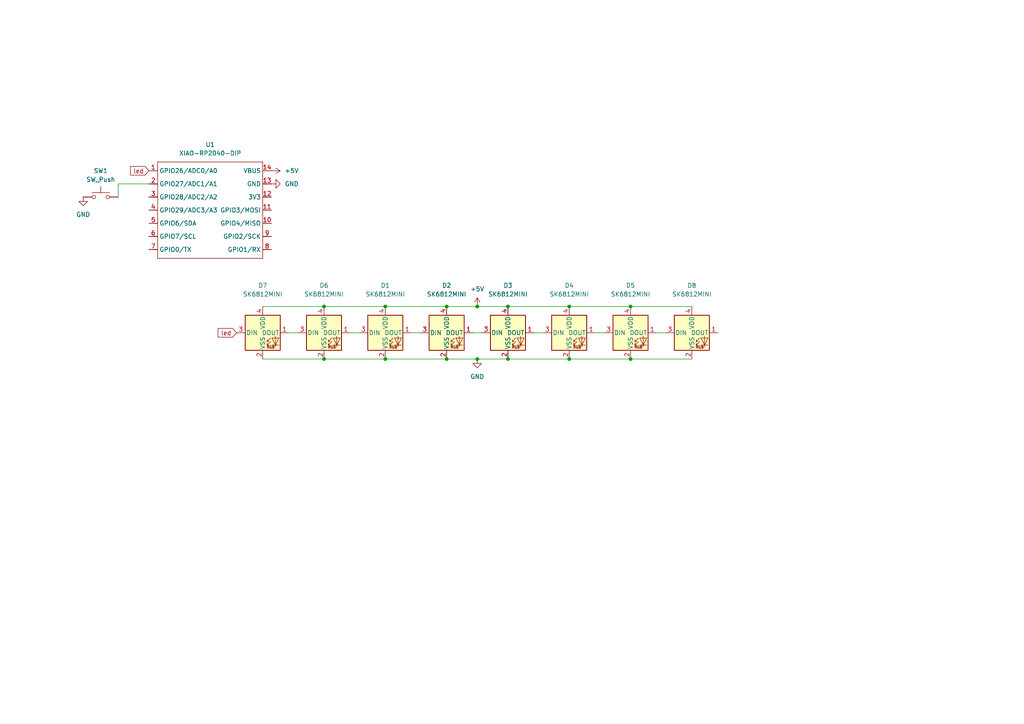
<source format=kicad_sch>
(kicad_sch (version 20250114) (generator "eeschema") (generator_version "9.0")
  (paper "A4")
  (lib_symbols
    (symbol "LED:SK6812MINI" (pin_names (offset 0.254))
      (property "Reference" "D" (at 5.08 5.715 0))
      (property "Value" "SK6812MINI" (at 1.27 -5.715 0))
      (symbol "SK6812MINI_0_0"
        (text "RGB" (at 2.286 -4.191 0) (effects (font (size 0.762 0.762))))
      )
      (symbol "SK6812MINI_0_1"
        (polyline (pts (xy 1.27 -2.54) (xy 1.778 -2.54)))
        (polyline (pts (xy 1.27 -3.556) (xy 1.778 -3.556)))
        (polyline (pts (xy 2.286 -1.524) (xy 1.27 -2.54) (xy 1.27 -2.032)))
        (polyline (pts (xy 2.286 -2.54) (xy 1.27 -3.556) (xy 1.27 -3.048)))
        (polyline (pts (xy 3.683 -1.016) (xy 3.683 -3.556) (xy 3.683 -4.064)))
        (polyline (pts (xy 4.699 -1.524) (xy 2.667 -1.524) (xy 3.683 -3.556) (xy 4.699 -1.524)))
        (polyline (pts (xy 4.699 -3.556) (xy 2.667 -3.556)))
        (rectangle (start 5.08 5.08) (end -5.08 -5.08) (stroke (width 0.254)) (fill (type background)))
      )
      (symbol "SK6812MINI_1_1"
        (pin input line (at -7.62 0 0) (length 2.54) (name "DIN") (number "3"))
        (pin power_in line (at 0 7.62 270) (length 2.54) (name "VDD") (number "4"))
        (pin power_in line (at 0 -7.62 90) (length 2.54) (name "VSS") (number "2"))
        (pin output line (at 7.62 0 180) (length 2.54) (name "DOUT") (number "1"))
      )
    )
    (symbol "Switch:SW_Push" (pin_numbers (hide yes)) (pin_names (offset 1.016) (hide yes))
      (property "Reference" "SW" (at 1.27 2.54 0))
      (property "Value" "SW_Push" (at 0 -1.524 0))
      (symbol "SW_Push_0_1"
        (circle (center -2.032 0) (radius 0.508))
        (polyline (pts (xy 0 1.27) (xy 0 3.048)))
        (circle (center 2.032 0) (radius 0.508))
        (polyline (pts (xy 2.54 1.27) (xy -2.54 1.27)))
        (pin passive line (at -5.08 0 0) (length 2.54) (name "1") (number "1"))
        (pin passive line (at 5.08 0 180) (length 2.54) (name "2") (number "2"))
      )
    )
    (symbol "opl:XIAO-RP2040-DIP"
      (property "Reference" "U" (at 0 0 0))
      (property "Value" "XIAO-RP2040-DIP" (at 5.334 -1.778 0))
      (symbol "XIAO-RP2040-DIP_1_0"
        (polyline (pts (xy -1.27 -2.54) (xy 29.21 -2.54)) (stroke (width 0.1524)))
        (polyline (pts (xy -1.27 -5.08) (xy -2.54 -5.08)) (stroke (width 0.1524)))
        (polyline (pts (xy -1.27 -5.08) (xy -1.27 -2.54)) (stroke (width 0.1524)))
        (polyline (pts (xy -1.27 -8.89) (xy -2.54 -8.89)) (stroke (width 0.1524)))
        (polyline (pts (xy -1.27 -8.89) (xy -1.27 -5.08)) (stroke (width 0.1524)))
        (polyline (pts (xy -1.27 -12.7) (xy -2.54 -12.7)) (stroke (width 0.1524)))
        (polyline (pts (xy -1.27 -12.7) (xy -1.27 -8.89)) (stroke (width 0.1524)))
        (polyline (pts (xy -1.27 -16.51) (xy -2.54 -16.51)) (stroke (width 0.1524)))
        (polyline (pts (xy -1.27 -16.51) (xy -1.27 -12.7)) (stroke (width 0.1524)))
        (polyline (pts (xy -1.27 -20.32) (xy -2.54 -20.32)) (stroke (width 0.1524)))
        (polyline (pts (xy -1.27 -24.13) (xy -2.54 -24.13)) (stroke (width 0.1524)))
        (polyline (pts (xy -1.27 -27.94) (xy -2.54 -27.94)) (stroke (width 0.1524)))
        (polyline (pts (xy -1.27 -30.48) (xy -1.27 -16.51)) (stroke (width 0.1524)))
        (polyline (pts (xy 29.21 -2.54) (xy 29.21 -5.08)) (stroke (width 0.1524)))
        (polyline (pts (xy 29.21 -5.08) (xy 29.21 -8.89)) (stroke (width 0.1524)))
        (polyline (pts (xy 29.21 -8.89) (xy 29.21 -12.7)) (stroke (width 0.1524)))
        (polyline (pts (xy 29.21 -12.7) (xy 29.21 -30.48)) (stroke (width 0.1524)))
        (polyline (pts (xy 29.21 -30.48) (xy -1.27 -30.48)) (stroke (width 0.1524)))
        (polyline (pts (xy 30.48 -5.08) (xy 29.21 -5.08)) (stroke (width 0.1524)))
        (polyline (pts (xy 30.48 -8.89) (xy 29.21 -8.89)) (stroke (width 0.1524)))
        (polyline (pts (xy 30.48 -12.7) (xy 29.21 -12.7)) (stroke (width 0.1524)))
        (polyline (pts (xy 30.48 -16.51) (xy 29.21 -16.51)) (stroke (width 0.1524)))
        (polyline (pts (xy 30.48 -20.32) (xy 29.21 -20.32)) (stroke (width 0.1524)))
        (polyline (pts (xy 30.48 -24.13) (xy 29.21 -24.13)) (stroke (width 0.1524)))
        (polyline (pts (xy 30.48 -27.94) (xy 29.21 -27.94)) (stroke (width 0.1524)))
        (pin passive line (at -3.81 -5.08 0) (length 2.54) (name "GPIO26/ADC0/A0") (number "1"))
        (pin passive line (at -3.81 -8.89 0) (length 2.54) (name "GPIO27/ADC1/A1") (number "2"))
        (pin passive line (at -3.81 -12.7 0) (length 2.54) (name "GPIO28/ADC2/A2") (number "3"))
        (pin passive line (at -3.81 -16.51 0) (length 2.54) (name "GPIO29/ADC3/A3") (number "4"))
        (pin passive line (at -3.81 -20.32 0) (length 2.54) (name "GPIO6/SDA") (number "5"))
        (pin passive line (at -3.81 -24.13 0) (length 2.54) (name "GPIO7/SCL") (number "6"))
        (pin passive line (at -3.81 -27.94 0) (length 2.54) (name "GPIO0/TX") (number "7"))
        (pin passive line (at 31.75 -5.08 180) (length 2.54) (name "VBUS") (number "14"))
        (pin passive line (at 31.75 -8.89 180) (length 2.54) (name "GND") (number "13"))
        (pin passive line (at 31.75 -12.7 180) (length 2.54) (name "3V3") (number "12"))
        (pin passive line (at 31.75 -16.51 180) (length 2.54) (name "GPIO3/MOSI") (number "11"))
        (pin passive line (at 31.75 -20.32 180) (length 2.54) (name "GPIO4/MISO") (number "10"))
        (pin passive line (at 31.75 -24.13 180) (length 2.54) (name "GPIO2/SCK") (number "9"))
        (pin passive line (at 31.75 -27.94 180) (length 2.54) (name "GPIO1/RX") (number "8"))
      )
    )
    (symbol "power:+5V" (power) (pin_numbers (hide yes)) (pin_names (offset 0) (hide yes))
      (property "Value" "+5V" (at 0 3.556 0))
      (symbol "+5V_0_1"
        (polyline (pts (xy -0.762 1.27) (xy 0 2.54)))
        (polyline (pts (xy 0 2.54) (xy 0.762 1.27)))
        (polyline (pts (xy 0 0) (xy 0 2.54)))
      )
      (symbol "+5V_1_1"
        (pin power_in line (at 0 0 90) (length 0) (name "~") (number "1"))
      )
    )
    (symbol "power:GND" (power) (pin_numbers (hide yes)) (pin_names (offset 0) (hide yes))
      (property "Value" "GND" (at 0 -3.81 0))
      (symbol "GND_0_1"
        (polyline (pts (xy 0 0) (xy 0 -1.27) (xy 1.27 -1.27) (xy 0 -2.54) (xy -1.27 -1.27) (xy 0 -1.27)))
      )
      (symbol "GND_1_1"
        (pin power_in line (at 0 0 270) (length 0) (name "~") (number "1"))
      )
    )
  )
  (junction (at 93.98 104.14))
  (junction (at 182.88 88.9))
  (junction (at 182.88 104.14))
  (junction (at 129.54 88.9))
  (junction (at 147.32 104.14))
  (junction (at 165.1 104.14))
  (junction (at 111.76 88.9))
  (junction (at 129.54 104.14))
  (junction (at 138.43 88.9))
  (junction (at 147.32 88.9))
  (junction (at 93.98 88.9))
  (junction (at 111.76 104.14))
  (junction (at 138.43 104.14))
  (junction (at 165.1 88.9))
  (wire (pts (xy 182.88 88.9) (xy 200.66 88.9)))
  (wire (pts (xy 101.6 96.52) (xy 104.14 96.52)))
  (wire (pts (xy 76.2 104.14) (xy 93.98 104.14)))
  (wire (pts (xy 119.38 96.52) (xy 121.92 96.52)))
  (wire (pts (xy 93.98 104.14) (xy 111.76 104.14)))
  (wire (pts (xy 182.88 104.14) (xy 200.66 104.14)))
  (wire (pts (xy 34.29 57.15) (xy 34.29 53.34)))
  (wire (pts (xy 165.1 104.14) (xy 182.88 104.14)))
  (wire (pts (xy 138.43 88.9) (xy 147.32 88.9)))
  (wire (pts (xy 190.5 96.52) (xy 193.04 96.52)))
  (wire (pts (xy 129.54 104.14) (xy 138.43 104.14)))
  (wire (pts (xy 147.32 104.14) (xy 165.1 104.14)))
  (wire (pts (xy 34.29 53.34) (xy 43.18 53.34)))
  (wire (pts (xy 138.43 104.14) (xy 147.32 104.14)))
  (wire (pts (xy 111.76 104.14) (xy 129.54 104.14)))
  (wire (pts (xy 111.76 88.9) (xy 129.54 88.9)))
  (wire (pts (xy 172.72 96.52) (xy 175.26 96.52)))
  (wire (pts (xy 129.54 88.9) (xy 138.43 88.9)))
  (wire (pts (xy 154.94 96.52) (xy 157.48 96.52)))
  (wire (pts (xy 137.16 96.52) (xy 139.7 96.52)))
  (wire (pts (xy 147.32 88.9) (xy 165.1 88.9)))
  (wire (pts (xy 76.2 88.9) (xy 93.98 88.9)))
  (wire (pts (xy 165.1 88.9) (xy 182.88 88.9)))
  (wire (pts (xy 83.82 96.52) (xy 86.36 96.52)))
  (wire (pts (xy 93.98 88.9) (xy 111.76 88.9)))
  (global_label "led" (shape input) (at 43.18 49.53 180) (property "Intersheetrefs" "${INTERSHEET_REFS}" (effects (hide yes))))
  (global_label "led" (shape input) (at 68.58 96.52 180) (property "Intersheetrefs" "${INTERSHEET_REFS}" (effects (hide yes))))
  (symbol (lib_id "power:GND") (at 24.13 57.15 0) (unit 1)
    (property "Reference" "#PWR05" (effects (hide yes)))
    (property "Value" "GND" (at 24.13 62.23 0))
    (property "Description" "Power symbol creates a global label with name \"GND\" , ground" (effects (hide yes)))
  )
  (symbol (lib_id "LED:SK6812MINI") (at 200.66 96.52 0) (unit 1)
    (property "Reference" "D8" (at 200.66 82.804 0))
    (property "Value" "SK6812MINI" (at 200.66 85.344 0))
    (property "Footprint" "LED_SMD:LED_SK6812MINI_PLCC4_3.5x3.5mm_P1.75mm" (effects (hide yes)))
    (property "Datasheet" "https://cdn-shop.adafruit.com/product-files/2686/SK6812MINI_REV.01-1-2.pdf" (effects (hide yes)))
    (property "Description" "RGB LED with integrated controller" (effects (hide yes)))
  )
  (symbol (lib_id "LED:SK6812MINI") (at 93.98 96.52 0) (unit 1)
    (property "Reference" "D6" (at 93.98 82.804 0))
    (property "Value" "SK6812MINI" (at 93.98 85.344 0))
    (property "Footprint" "LED_SMD:LED_SK6812MINI_PLCC4_3.5x3.5mm_P1.75mm" (effects (hide yes)))
    (property "Datasheet" "https://cdn-shop.adafruit.com/product-files/2686/SK6812MINI_REV.01-1-2.pdf" (effects (hide yes)))
    (property "Description" "RGB LED with integrated controller" (effects (hide yes)))
  )
  (symbol (lib_id "LED:SK6812MINI") (at 165.1 96.52 0) (unit 1)
    (property "Reference" "D4" (at 165.1 82.804 0))
    (property "Value" "SK6812MINI" (at 165.1 85.344 0))
    (property "Footprint" "LED_SMD:LED_SK6812MINI_PLCC4_3.5x3.5mm_P1.75mm" (effects (hide yes)))
    (property "Datasheet" "https://cdn-shop.adafruit.com/product-files/2686/SK6812MINI_REV.01-1-2.pdf" (effects (hide yes)))
    (property "Description" "RGB LED with integrated controller" (effects (hide yes)))
  )
  (symbol (lib_id "LED:SK6812MINI") (at 111.76 96.52 0) (unit 1)
    (property "Reference" "D1" (at 111.76 82.804 0))
    (property "Value" "SK6812MINI" (at 111.76 85.344 0))
    (property "Footprint" "LED_SMD:LED_SK6812MINI_PLCC4_3.5x3.5mm_P1.75mm" (effects (hide yes)))
    (property "Datasheet" "https://cdn-shop.adafruit.com/product-files/2686/SK6812MINI_REV.01-1-2.pdf" (effects (hide yes)))
    (property "Description" "RGB LED with integrated controller" (effects (hide yes)))
  )
  (symbol (lib_id "LED:SK6812MINI") (at 76.2 96.52 0) (unit 1)
    (property "Reference" "D7" (at 76.2 82.804 0))
    (property "Value" "SK6812MINI" (at 76.2 85.344 0))
    (property "Footprint" "LED_SMD:LED_SK6812MINI_PLCC4_3.5x3.5mm_P1.75mm" (effects (hide yes)))
    (property "Datasheet" "https://cdn-shop.adafruit.com/product-files/2686/SK6812MINI_REV.01-1-2.pdf" (effects (hide yes)))
    (property "Description" "RGB LED with integrated controller" (effects (hide yes)))
  )
  (symbol (lib_id "power:GND") (at 138.43 104.14 0) (unit 1)
    (property "Reference" "#PWR03" (effects (hide yes)))
    (property "Value" "GND" (at 138.43 109.22 0))
    (property "Description" "Power symbol creates a global label with name \"GND\" , ground" (effects (hide yes)))
  )
  (symbol (lib_id "Switch:SW_Push") (at 29.21 57.15 0) (unit 1)
    (property "Reference" "SW1" (at 29.21 49.53 0))
    (property "Value" "SW_Push" (at 29.21 52.07 0))
    (property "Footprint" "Button_Switch_Keyboard:SW_Cherry_MX_1.00u_PCB" (effects (hide yes)))
    (property "Description" "Push button switch, generic, two pins" (effects (hide yes)))
  )
  (symbol (lib_id "power:+5V") (at 78.74 49.53 270) (unit 1)
    (property "Reference" "#PWR01" (effects (hide yes)))
    (property "Value" "+5V" (at 82.55 49.5299 90) (effects (justify left)))
    (property "Description" "Power symbol creates a global label with name \"+5V\"" (effects (hide yes)))
  )
  (symbol (lib_id "power:GND") (at 78.74 53.34 90) (unit 1)
    (property "Reference" "#PWR04" (effects (hide yes)))
    (property "Value" "GND" (at 82.55 53.3399 90) (effects (justify right)))
    (property "Description" "Power symbol creates a global label with name \"GND\" , ground" (effects (hide yes)))
  )
  (symbol (lib_id "opl:XIAO-RP2040-DIP") (at 46.99 44.45 0) (unit 1)
    (property "Reference" "U1" (at 60.96 41.91 0))
    (property "Value" "XIAO-RP2040-DIP" (at 60.96 44.45 0))
    (property "Footprint" "OPL:XIAO-RP2040-DIP" (effects (hide yes)))
  )
  (symbol (lib_id "LED:SK6812MINI") (at 129.54 96.52 0) (unit 1)
    (property "Reference" "D2" (at 129.54 82.804 0))
    (property "Value" "SK6812MINI" (at 129.54 85.344 0))
    (property "Footprint" "LED_SMD:LED_SK6812MINI_PLCC4_3.5x3.5mm_P1.75mm" (effects (hide yes)))
    (property "Datasheet" "https://cdn-shop.adafruit.com/product-files/2686/SK6812MINI_REV.01-1-2.pdf" (effects (hide yes)))
    (property "Description" "RGB LED with integrated controller" (effects (hide yes)))
  )
  (symbol (lib_id "LED:SK6812MINI") (at 182.88 96.52 0) (unit 1)
    (property "Reference" "D5" (at 182.88 82.804 0))
    (property "Value" "SK6812MINI" (at 182.88 85.344 0))
    (property "Footprint" "LED_SMD:LED_SK6812MINI_PLCC4_3.5x3.5mm_P1.75mm" (effects (hide yes)))
    (property "Datasheet" "https://cdn-shop.adafruit.com/product-files/2686/SK6812MINI_REV.01-1-2.pdf" (effects (hide yes)))
    (property "Description" "RGB LED with integrated controller" (effects (hide yes)))
  )
  (symbol (lib_id "LED:SK6812MINI") (at 147.32 96.52 0) (unit 1)
    (property "Reference" "D3" (at 147.32 82.804 0))
    (property "Value" "SK6812MINI" (at 147.32 85.344 0))
    (property "Footprint" "LED_SMD:LED_SK6812MINI_PLCC4_3.5x3.5mm_P1.75mm" (effects (hide yes)))
    (property "Datasheet" "https://cdn-shop.adafruit.com/product-files/2686/SK6812MINI_REV.01-1-2.pdf" (effects (hide yes)))
    (property "Description" "RGB LED with integrated controller" (effects (hide yes)))
  )
  (symbol (lib_id "power:+5V") (at 138.43 88.9 0) (unit 1)
    (property "Reference" "#PWR02" (effects (hide yes)))
    (property "Value" "+5V" (at 138.43 83.82 0))
    (property "Description" "Power symbol creates a global label with name \"+5V\"" (effects (hide yes)))
  )
)
</source>
